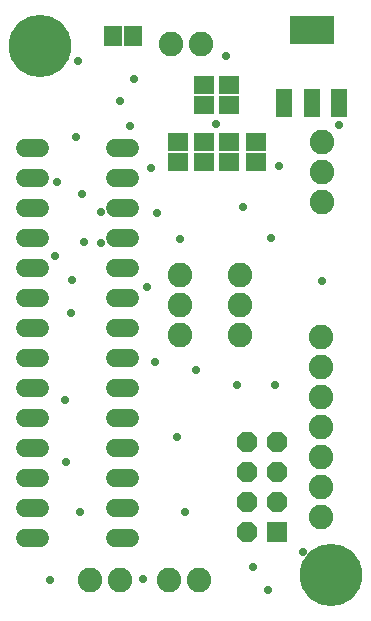
<source format=gbs>
G75*
%MOIN*%
%OFA0B0*%
%FSLAX24Y24*%
%IPPOS*%
%LPD*%
%AMOC8*
5,1,8,0,0,1.08239X$1,22.5*
%
%ADD10C,0.0820*%
%ADD11R,0.0671X0.0592*%
%ADD12R,0.0560X0.0960*%
%ADD13R,0.1497X0.0946*%
%ADD14R,0.0680X0.0680*%
%ADD15OC8,0.0680*%
%ADD16R,0.0592X0.0671*%
%ADD17C,0.0600*%
%ADD18C,0.0290*%
%ADD19C,0.2080*%
D10*
X007180Y007580D03*
X008180Y007580D03*
X009830Y007580D03*
X010830Y007580D03*
X014894Y009680D03*
X014894Y010680D03*
X014894Y011680D03*
X014894Y012680D03*
X014894Y013680D03*
X014894Y014680D03*
X014894Y015680D03*
X012180Y015730D03*
X012180Y016730D03*
X012180Y017730D03*
X010180Y017730D03*
X010180Y016730D03*
X010180Y015730D03*
X014930Y020180D03*
X014930Y021180D03*
X014930Y022180D03*
X010880Y025430D03*
X009880Y025430D03*
D11*
X010981Y024088D03*
X010981Y023419D03*
X011831Y023419D03*
X011831Y024088D03*
X011835Y022180D03*
X011835Y021510D03*
X010985Y021510D03*
X010985Y022180D03*
X010135Y022180D03*
X010135Y021510D03*
X012735Y021510D03*
X012735Y022180D03*
D12*
X013670Y023460D03*
X014580Y023460D03*
X015490Y023460D03*
D13*
X014580Y025900D03*
D14*
X013430Y009180D03*
D15*
X013430Y010180D03*
X013430Y011180D03*
X013430Y012180D03*
X012430Y012180D03*
X012430Y011180D03*
X012430Y010180D03*
X012430Y009180D03*
D16*
X008640Y025705D03*
X007970Y025705D03*
D17*
X008020Y021980D02*
X008540Y021980D01*
X008540Y020980D02*
X008020Y020980D01*
X008020Y019980D02*
X008540Y019980D01*
X008540Y018980D02*
X008020Y018980D01*
X008020Y017980D02*
X008540Y017980D01*
X008540Y016980D02*
X008020Y016980D01*
X008020Y015980D02*
X008540Y015980D01*
X008540Y014980D02*
X008020Y014980D01*
X008020Y013980D02*
X008540Y013980D01*
X008540Y012980D02*
X008020Y012980D01*
X008020Y011980D02*
X008540Y011980D01*
X008540Y010980D02*
X008020Y010980D01*
X008020Y009980D02*
X008540Y009980D01*
X008540Y008980D02*
X008020Y008980D01*
X005540Y008980D02*
X005020Y008980D01*
X005020Y009980D02*
X005540Y009980D01*
X005540Y010980D02*
X005020Y010980D01*
X005020Y011980D02*
X005540Y011980D01*
X005540Y012980D02*
X005020Y012980D01*
X005020Y013980D02*
X005540Y013980D01*
X005540Y014980D02*
X005020Y014980D01*
X005020Y015980D02*
X005540Y015980D01*
X005540Y016980D02*
X005020Y016980D01*
X005020Y017980D02*
X005540Y017980D01*
X005540Y018980D02*
X005020Y018980D01*
X005020Y019980D02*
X005540Y019980D01*
X005540Y020980D02*
X005020Y020980D01*
X005020Y021980D02*
X005540Y021980D01*
D18*
X005859Y007586D03*
X006859Y009836D03*
X006404Y011498D03*
X006359Y013586D03*
X006560Y016486D03*
X006609Y017586D03*
X006020Y018380D03*
X006994Y018835D03*
X007546Y018818D03*
X007563Y019846D03*
X006930Y020430D03*
X006109Y020836D03*
X006744Y022335D03*
X008178Y023530D03*
X008511Y022711D03*
X008649Y024274D03*
X008718Y025705D03*
X006800Y024879D03*
X009236Y021294D03*
X009441Y019796D03*
X010188Y018940D03*
X009109Y017336D03*
X009359Y014836D03*
X010725Y014571D03*
X012109Y014086D03*
X013359Y014086D03*
X014939Y017534D03*
X013215Y018961D03*
X012308Y020014D03*
X013486Y021358D03*
X013768Y023418D03*
X015489Y023718D03*
X015485Y022755D03*
X011743Y025029D03*
X011399Y022774D03*
X010109Y012336D03*
X010359Y009836D03*
X008953Y007615D03*
X012625Y007991D03*
X013125Y007241D03*
X014304Y008496D03*
D19*
X015228Y007741D03*
X005529Y025385D03*
M02*

</source>
